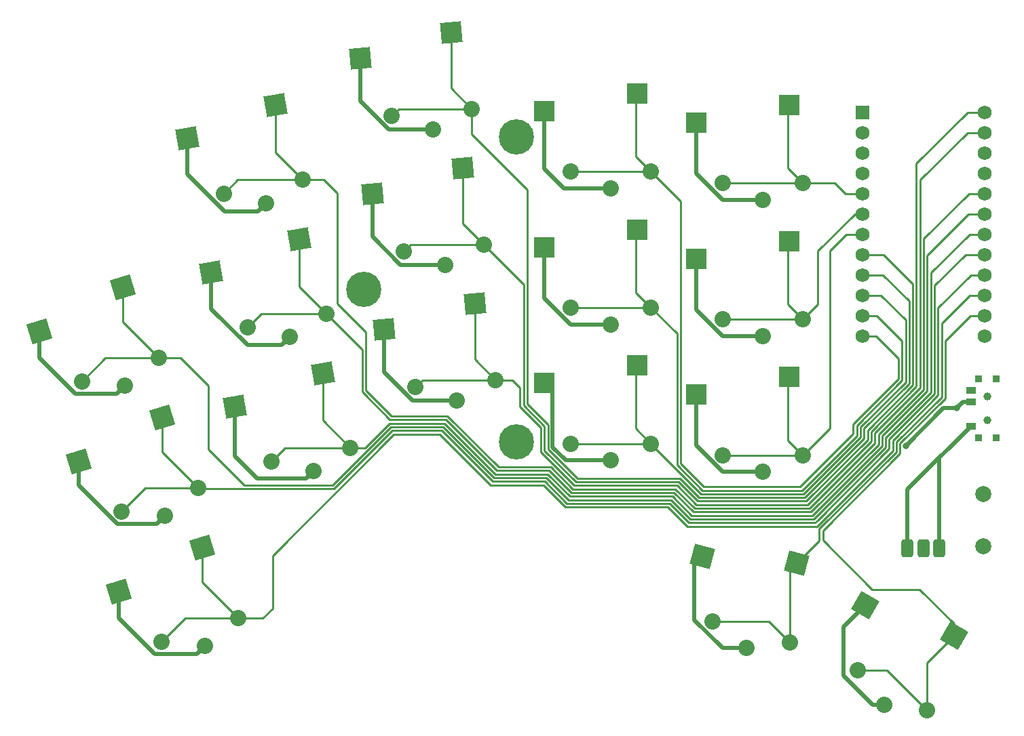
<source format=gtl>
%TF.GenerationSoftware,KiCad,Pcbnew,(6.0.4)*%
%TF.CreationDate,2022-05-01T21:13:42+02:00*%
%TF.ProjectId,batta,62617474-612e-46b6-9963-61645f706362,v1.0.0*%
%TF.SameCoordinates,Original*%
%TF.FileFunction,Copper,L1,Top*%
%TF.FilePolarity,Positive*%
%FSLAX46Y46*%
G04 Gerber Fmt 4.6, Leading zero omitted, Abs format (unit mm)*
G04 Created by KiCad (PCBNEW (6.0.4)) date 2022-05-01 21:13:42*
%MOMM*%
%LPD*%
G01*
G04 APERTURE LIST*
G04 Aperture macros list*
%AMRoundRect*
0 Rectangle with rounded corners*
0 $1 Rounding radius*
0 $2 $3 $4 $5 $6 $7 $8 $9 X,Y pos of 4 corners*
0 Add a 4 corners polygon primitive as box body*
4,1,4,$2,$3,$4,$5,$6,$7,$8,$9,$2,$3,0*
0 Add four circle primitives for the rounded corners*
1,1,$1+$1,$2,$3*
1,1,$1+$1,$4,$5*
1,1,$1+$1,$6,$7*
1,1,$1+$1,$8,$9*
0 Add four rect primitives between the rounded corners*
20,1,$1+$1,$2,$3,$4,$5,0*
20,1,$1+$1,$4,$5,$6,$7,0*
20,1,$1+$1,$6,$7,$8,$9,0*
20,1,$1+$1,$8,$9,$2,$3,0*%
%AMRotRect*
0 Rectangle, with rotation*
0 The origin of the aperture is its center*
0 $1 length*
0 $2 width*
0 $3 Rotation angle, in degrees counterclockwise*
0 Add horizontal line*
21,1,$1,$2,0,0,$3*%
G04 Aperture macros list end*
%TA.AperFunction,ComponentPad*%
%ADD10C,1.752600*%
%TD*%
%TA.AperFunction,ComponentPad*%
%ADD11R,1.752600X1.752600*%
%TD*%
%TA.AperFunction,SMDPad,CuDef*%
%ADD12R,0.900000X0.900000*%
%TD*%
%TA.AperFunction,SMDPad,CuDef*%
%ADD13R,1.250000X0.900000*%
%TD*%
%TA.AperFunction,ComponentPad*%
%ADD14RoundRect,0.375000X-0.375000X-0.750000X0.375000X-0.750000X0.375000X0.750000X-0.375000X0.750000X0*%
%TD*%
%TA.AperFunction,ComponentPad*%
%ADD15C,2.000000*%
%TD*%
%TA.AperFunction,SMDPad,CuDef*%
%ADD16RotRect,2.600000X2.600000X10.000000*%
%TD*%
%TA.AperFunction,ComponentPad*%
%ADD17C,2.032000*%
%TD*%
%TA.AperFunction,SMDPad,CuDef*%
%ADD18RotRect,2.600000X2.600000X5.000000*%
%TD*%
%TA.AperFunction,SMDPad,CuDef*%
%ADD19R,2.600000X2.600000*%
%TD*%
%TA.AperFunction,SMDPad,CuDef*%
%ADD20RotRect,2.600000X2.600000X330.000000*%
%TD*%
%TA.AperFunction,WasherPad*%
%ADD21C,1.000000*%
%TD*%
%TA.AperFunction,SMDPad,CuDef*%
%ADD22RotRect,2.600000X2.600000X17.000000*%
%TD*%
%TA.AperFunction,ComponentPad*%
%ADD23C,4.400000*%
%TD*%
%TA.AperFunction,SMDPad,CuDef*%
%ADD24RotRect,2.600000X2.600000X345.000000*%
%TD*%
%TA.AperFunction,ViaPad*%
%ADD25C,0.800000*%
%TD*%
%TA.AperFunction,Conductor*%
%ADD26C,0.250000*%
%TD*%
%TA.AperFunction,Conductor*%
%ADD27C,0.500000*%
%TD*%
G04 APERTURE END LIST*
D10*
%TO.P,MCU1,24*%
%TO.N,P9*%
X162031087Y82346483D03*
%TO.P,MCU1,23*%
%TO.N,P8*%
X162031087Y84886483D03*
%TO.P,MCU1,22*%
%TO.N,P7*%
X162031087Y87426483D03*
%TO.P,MCU1,21*%
%TO.N,P6*%
X162031087Y89966483D03*
%TO.P,MCU1,20*%
%TO.N,P5*%
X162031087Y92506483D03*
%TO.P,MCU1,19*%
%TO.N,P4*%
X162031087Y95046483D03*
%TO.P,MCU1,18*%
%TO.N,P3*%
X162031087Y97586483D03*
%TO.P,MCU1,17*%
%TO.N,P2*%
X162031087Y100126483D03*
%TO.P,MCU1,16*%
%TO.N,GND*%
X162031087Y102666483D03*
%TO.P,MCU1,15*%
%TO.N,Bminus*%
X162031087Y105206483D03*
%TO.P,MCU1,14*%
%TO.N,P0*%
X162031087Y107746483D03*
%TO.P,MCU1,13*%
%TO.N,P1*%
X162031087Y110286483D03*
%TO.P,MCU1,12*%
%TO.N,P10*%
X146791087Y82346483D03*
%TO.P,MCU1,11*%
%TO.N,P16*%
X146791087Y84886483D03*
%TO.P,MCU1,10*%
%TO.N,P14*%
X146791087Y87426483D03*
%TO.P,MCU1,9*%
%TO.N,P15*%
X146791087Y89966483D03*
%TO.P,MCU1,8*%
%TO.N,P18*%
X146791087Y92506483D03*
%TO.P,MCU1,7*%
%TO.N,P19*%
X146791087Y95046483D03*
%TO.P,MCU1,6*%
%TO.N,P20*%
X146791087Y97586483D03*
%TO.P,MCU1,5*%
%TO.N,P21*%
X146791087Y100126483D03*
%TO.P,MCU1,4*%
%TO.N,VCC*%
X146791087Y102666483D03*
%TO.P,MCU1,3*%
%TO.N,RST*%
X146791087Y105206483D03*
%TO.P,MCU1,2*%
%TO.N,GND*%
X146791087Y107746483D03*
D11*
%TO.P,MCU1,1*%
%TO.N,RAW*%
X146791087Y110286483D03*
%TD*%
D12*
%TO.P,T1,*%
%TO.N,*%
X161311087Y69616483D03*
X163511087Y77016483D03*
X163511087Y69616483D03*
X161311087Y77016483D03*
D13*
%TO.P,T1,1*%
%TO.N,Braw*%
X160336087Y71066483D03*
%TO.P,T1,2*%
%TO.N,RAW*%
X160336087Y74066483D03*
%TO.P,T1,3*%
%TO.N,N/C*%
X160336087Y75566483D03*
%TD*%
D14*
%TO.P,PAD1,1*%
%TO.N,Braw*%
X152411087Y55816483D03*
X156411087Y55816483D03*
%TO.P,PAD1,2*%
%TO.N,Bminus*%
X154411087Y55816483D03*
%TD*%
D15*
%TO.P,B1,1*%
%TO.N,RST*%
X161911087Y56066483D03*
%TO.P,B1,2*%
%TO.N,GND*%
X161911087Y62566483D03*
%TD*%
D16*
%TO.P,S11,1*%
%TO.N,P0*%
X73579149Y111173371D03*
%TO.P,S11,2*%
%TO.N,GND*%
X62586645Y107001157D03*
%TD*%
D17*
%TO.P,S34,1*%
%TO.N,P8*%
X146198518Y40569316D03*
X154858772Y35569316D03*
%TO.P,S34,2*%
%TO.N,GND*%
X149478645Y36250663D03*
X149478645Y36250663D03*
%TD*%
D18*
%TO.P,S15,1*%
%TO.N,P18*%
X96965604Y103326961D03*
%TO.P,S15,2*%
%TO.N,GND*%
X85651298Y100128683D03*
%TD*%
D19*
%TO.P,S21,1*%
%TO.N,P16*%
X118686087Y95636017D03*
%TO.P,S21,2*%
%TO.N,GND*%
X107136087Y93436017D03*
%TD*%
D17*
%TO.P,S8,1*%
%TO.N,P3*%
X73026972Y66651093D03*
X82875050Y68387574D03*
%TO.P,S8,2*%
%TO.N,GND*%
X78315672Y65451237D03*
X78315672Y65451237D03*
%TD*%
%TO.P,S14,1*%
%TO.N,P1*%
X91053509Y75957538D03*
X101015456Y76829096D03*
%TO.P,S14,2*%
%TO.N,GND*%
X96217510Y74301308D03*
X96217510Y74301308D03*
%TD*%
%TO.P,S20,1*%
%TO.N,P14*%
X120411087Y68886017D03*
X110411087Y68886017D03*
%TO.P,S20,2*%
%TO.N,GND*%
X115411087Y66786017D03*
X115411087Y66786017D03*
%TD*%
%TO.P,S28,1*%
%TO.N,P20*%
X129377759Y84446289D03*
X139377759Y84446289D03*
%TO.P,S28,2*%
%TO.N,GND*%
X134377759Y82346289D03*
X134377759Y82346289D03*
%TD*%
%TO.P,S26,1*%
%TO.N,P19*%
X129377759Y67446289D03*
X139377759Y67446289D03*
%TO.P,S26,2*%
%TO.N,GND*%
X134377759Y65346289D03*
X134377759Y65346289D03*
%TD*%
D19*
%TO.P,S29,1*%
%TO.N,P21*%
X137652759Y111196289D03*
%TO.P,S29,2*%
%TO.N,GND*%
X126102759Y108996289D03*
%TD*%
D20*
%TO.P,S33,1*%
%TO.N,P8*%
X158239878Y44875564D03*
%TO.P,S33,2*%
%TO.N,GND*%
X147137285Y48745308D03*
%TD*%
D16*
%TO.P,S7,1*%
%TO.N,P3*%
X79483187Y77689907D03*
%TO.P,S7,2*%
%TO.N,GND*%
X68490683Y73517693D03*
%TD*%
D17*
%TO.P,S2,1*%
%TO.N,P6*%
X59359170Y44161364D03*
X68922217Y47085081D03*
%TO.P,S2,2*%
%TO.N,GND*%
X64754674Y43614983D03*
X64754674Y43614983D03*
%TD*%
D21*
%TO.P,T2,*%
%TO.N,*%
X162411087Y74816483D03*
X162411087Y71816483D03*
%TD*%
D22*
%TO.P,S1,1*%
%TO.N,P6*%
X64421967Y55904712D03*
%TO.P,S1,2*%
%TO.N,GND*%
X54019865Y50423948D03*
%TD*%
%TO.P,S5,1*%
%TO.N,P4*%
X54481329Y88419074D03*
%TO.P,S5,2*%
%TO.N,GND*%
X44079227Y82938310D03*
%TD*%
D19*
%TO.P,S27,1*%
%TO.N,P20*%
X137652759Y94196289D03*
%TO.P,S27,2*%
%TO.N,GND*%
X126102759Y91996289D03*
%TD*%
D16*
%TO.P,S9,1*%
%TO.N,P2*%
X76531168Y94431639D03*
%TO.P,S9,2*%
%TO.N,GND*%
X65538664Y90259425D03*
%TD*%
D17*
%TO.P,S16,1*%
%TO.N,P18*%
X99533808Y93764406D03*
X89571861Y92892848D03*
%TO.P,S16,2*%
%TO.N,GND*%
X94735862Y91236618D03*
X94735862Y91236618D03*
%TD*%
%TO.P,S30,1*%
%TO.N,P21*%
X139377759Y101446289D03*
X129377759Y101446289D03*
%TO.P,S30,2*%
%TO.N,GND*%
X134377759Y99346289D03*
X134377759Y99346289D03*
%TD*%
D18*
%TO.P,S13,1*%
%TO.N,P1*%
X98447252Y86391651D03*
%TO.P,S13,2*%
%TO.N,GND*%
X87132946Y83193373D03*
%TD*%
D17*
%TO.P,S24,1*%
%TO.N,P10*%
X110411087Y102886017D03*
X120411087Y102886017D03*
%TO.P,S24,2*%
%TO.N,GND*%
X115411087Y100786017D03*
X115411087Y100786017D03*
%TD*%
D18*
%TO.P,S17,1*%
%TO.N,P15*%
X95483957Y120262271D03*
%TO.P,S17,2*%
%TO.N,GND*%
X84169651Y117063993D03*
%TD*%
D17*
%TO.P,S4,1*%
%TO.N,P5*%
X54388851Y60418545D03*
X63951898Y63342262D03*
%TO.P,S4,2*%
%TO.N,GND*%
X59784355Y59872164D03*
X59784355Y59872164D03*
%TD*%
%TO.P,S10,1*%
%TO.N,P2*%
X70074953Y83392825D03*
X79923031Y85129306D03*
%TO.P,S10,2*%
%TO.N,GND*%
X75363653Y82192969D03*
X75363653Y82192969D03*
%TD*%
D23*
%TO.P,REF\u002A\u002A,1*%
%TO.N,N/C*%
X84582000Y88138000D03*
X103632000Y107188000D03*
X103632000Y69088000D03*
%TD*%
D17*
%TO.P,S22,1*%
%TO.N,P16*%
X110411087Y85886017D03*
X120411087Y85886017D03*
%TO.P,S22,2*%
%TO.N,GND*%
X115411087Y83786017D03*
X115411087Y83786017D03*
%TD*%
D24*
%TO.P,S31,1*%
%TO.N,P7*%
X138594426Y53938364D03*
%TO.P,S31,2*%
%TO.N,GND*%
X126868581Y54802687D03*
%TD*%
D22*
%TO.P,S3,1*%
%TO.N,P5*%
X59451648Y72161893D03*
%TO.P,S3,2*%
%TO.N,GND*%
X49049546Y66681129D03*
%TD*%
D17*
%TO.P,S32,1*%
%TO.N,P7*%
X137737163Y44074125D03*
X128077904Y46662315D03*
%TO.P,S32,2*%
%TO.N,GND*%
X132364014Y43339776D03*
X132364014Y43339776D03*
%TD*%
%TO.P,S12,1*%
%TO.N,P0*%
X76971012Y101871038D03*
X67122934Y100134557D03*
%TO.P,S12,2*%
%TO.N,GND*%
X72411634Y98934701D03*
X72411634Y98934701D03*
%TD*%
D19*
%TO.P,S23,1*%
%TO.N,P10*%
X118686087Y112636017D03*
%TO.P,S23,2*%
%TO.N,GND*%
X107136087Y110436017D03*
%TD*%
%TO.P,S25,1*%
%TO.N,P19*%
X137652759Y77196289D03*
%TO.P,S25,2*%
%TO.N,GND*%
X126102759Y74996289D03*
%TD*%
D17*
%TO.P,S6,1*%
%TO.N,P4*%
X49418532Y76675726D03*
X58981579Y79599443D03*
%TO.P,S6,2*%
%TO.N,GND*%
X54814036Y76129345D03*
X54814036Y76129345D03*
%TD*%
D19*
%TO.P,S19,1*%
%TO.N,P14*%
X118686087Y78636017D03*
%TO.P,S19,2*%
%TO.N,GND*%
X107136087Y76436017D03*
%TD*%
D17*
%TO.P,S18,1*%
%TO.N,P15*%
X88090214Y109828158D03*
X98052161Y110699716D03*
%TO.P,S18,2*%
%TO.N,GND*%
X93254215Y108171928D03*
X93254215Y108171928D03*
%TD*%
D25*
%TO.N,RAW*%
X158572200Y73304400D03*
X152222200Y68605400D03*
%TD*%
D26*
%TO.N,P5*%
X159647949Y92506483D02*
X162031087Y92506483D01*
X155783520Y88642054D02*
X159647949Y92506483D01*
X155783520Y75098488D02*
X155783520Y88642054D01*
X150149129Y69464097D02*
X155783520Y75098488D01*
X150149129Y68236283D02*
X150149129Y69464097D01*
X141180966Y59268123D02*
X150149129Y68236283D01*
X140917644Y59004800D02*
X141180966Y59268123D01*
X125138028Y59004800D02*
X140917644Y59004800D01*
X122735796Y61407029D02*
X125138028Y59004800D01*
X107180698Y64158564D02*
X109932233Y61407029D01*
X109932233Y61407029D02*
X122735796Y61407029D01*
X100638093Y64158564D02*
X107180698Y64158564D01*
X64033884Y63260276D02*
X80894301Y63260276D01*
X80894301Y63260276D02*
X88156421Y70522396D01*
X88156421Y70522396D02*
X94274261Y70522396D01*
X63951898Y63342262D02*
X64033884Y63260276D01*
X94274261Y70522396D02*
X100638093Y64158564D01*
%TO.N,P3*%
X160040858Y97586483D02*
X162031087Y97586483D01*
X154884480Y92430105D02*
X160040858Y97586483D01*
X154884480Y75470884D02*
X154884480Y92430105D01*
X149250089Y69836493D02*
X154884480Y75470884D01*
X149250089Y68608679D02*
X149250089Y69836493D01*
X140545249Y59903840D02*
X149250089Y68608679D01*
X125510422Y59903840D02*
X140545249Y59903840D01*
X110304627Y62306069D02*
X123108192Y62306069D01*
X101010487Y65057604D02*
X107553091Y65057604D01*
X123108192Y62306069D02*
X125510422Y59903840D01*
X94646655Y71421436D02*
X101010487Y65057604D01*
X87784025Y71421436D02*
X94646655Y71421436D01*
X84750163Y68387574D02*
X87784025Y71421436D01*
X82875050Y68387574D02*
X84750163Y68387574D01*
X107553091Y65057604D02*
X110304627Y62306069D01*
%TO.N,P8*%
X160288785Y84886483D02*
X162031087Y84886483D01*
X157132080Y81729778D02*
X160288785Y84886483D01*
X157132080Y74539895D02*
X157132080Y81729778D01*
X151497689Y68905503D02*
X157132080Y74539895D01*
X141865147Y58045147D02*
X151497689Y67677690D01*
X141865147Y56835196D02*
X141865147Y58045147D01*
X153922240Y50694313D02*
X148006030Y50694313D01*
X148006030Y50694313D02*
X141865147Y56835196D01*
X158239878Y46376675D02*
X153922240Y50694313D01*
X151497689Y67677690D02*
X151497689Y68905503D01*
X158239878Y44875564D02*
X158239878Y46376675D01*
%TO.N,P6*%
X100451896Y63709044D02*
X106994500Y63709044D01*
X62282887Y47085081D02*
X59359170Y44161364D01*
X124951827Y58555281D02*
X141103842Y58555281D01*
X141103842Y58555281D02*
X150598649Y68050085D01*
X73195513Y48294415D02*
X73195513Y54925770D01*
X160324483Y89966483D02*
X162031087Y89966483D01*
X68922217Y47085081D02*
X62282887Y47085081D01*
X109746036Y60957509D02*
X122549599Y60957509D01*
X150598649Y68050085D02*
X150598649Y69277899D01*
X68922217Y47085081D02*
X71986179Y47085081D01*
X150598649Y69277899D02*
X156233040Y74912290D01*
X156233040Y74912290D02*
X156233040Y85875040D01*
X73195513Y54925770D02*
X88342619Y70072876D01*
X106994500Y63709044D02*
X109746036Y60957509D01*
X94088064Y70072876D02*
X100451896Y63709044D01*
X71986179Y47085081D02*
X73195513Y48294415D01*
X156233040Y85875040D02*
X160324483Y89966483D01*
X122549599Y60957509D02*
X124951827Y58555281D01*
X88342619Y70072876D02*
X94088064Y70072876D01*
X64421967Y55904712D02*
X64421967Y51585331D01*
X64421967Y51585331D02*
X68922217Y47085081D01*
D27*
%TO.N,GND*%
X53878684Y58856165D02*
X49049546Y63685303D01*
X90637192Y74301308D02*
X87132946Y77805554D01*
X129405212Y65346289D02*
X126102759Y68648742D01*
X87673897Y108171928D02*
X84169651Y111676174D01*
X67206698Y97918702D02*
X62586645Y102538755D01*
X132364014Y43339776D02*
X129327896Y43339776D01*
X108153560Y68448217D02*
X108153560Y75418544D01*
X126102759Y85648742D02*
X126102759Y91996289D01*
X125807135Y53741241D02*
X126868581Y54802687D01*
X134377759Y82346289D02*
X129405212Y82346289D01*
X77408189Y64543754D02*
X71255898Y64543754D01*
X84169651Y111676174D02*
X84169651Y117063993D01*
X96217510Y74301308D02*
X90637192Y74301308D01*
X70080030Y81176970D02*
X65538664Y85718336D01*
X144424400Y39868068D02*
X144424400Y46032423D01*
X59784355Y59872164D02*
X58768356Y58856165D01*
X54019865Y47072135D02*
X54019865Y50423948D01*
X126102759Y102648742D02*
X126102759Y108996289D01*
X129327896Y43339776D02*
X125807135Y46860537D01*
X109815760Y66786017D02*
X108153560Y68448217D01*
X93254215Y108171928D02*
X87673897Y108171928D01*
X72411634Y98934701D02*
X71395635Y97918702D01*
X44079227Y79593373D02*
X44079227Y82938310D01*
X64754674Y43614983D02*
X63738675Y42598984D01*
X129405212Y99346289D02*
X126102759Y102648742D01*
X107136087Y103216201D02*
X107136087Y110436017D01*
X115411087Y100786017D02*
X109566271Y100786017D01*
X110438540Y83786017D02*
X107136087Y87088470D01*
X144424400Y46032423D02*
X147137285Y48745308D01*
X148041805Y36250663D02*
X144424400Y39868068D01*
X129405212Y82346289D02*
X126102759Y85648742D01*
X62586645Y102538755D02*
X62586645Y107001157D01*
X115411087Y83786017D02*
X110438540Y83786017D01*
X58493016Y42598984D02*
X54019865Y47072135D01*
X126102759Y68648742D02*
X126102759Y74996289D01*
X85651298Y94740864D02*
X85651298Y100128683D01*
X107136087Y87088470D02*
X107136087Y93436017D01*
X115411087Y66786017D02*
X109815760Y66786017D01*
X109566271Y100786017D02*
X107136087Y103216201D01*
X134377759Y65346289D02*
X129405212Y65346289D01*
X87132946Y77805554D02*
X87132946Y83193373D01*
X125807135Y46860537D02*
X125807135Y53741241D01*
X58768356Y58856165D02*
X53878684Y58856165D01*
X63738675Y42598984D02*
X58493016Y42598984D01*
X53798037Y75113346D02*
X48559254Y75113346D01*
X48559254Y75113346D02*
X44079227Y79593373D01*
X134377759Y99346289D02*
X129405212Y99346289D01*
X49049546Y63685303D02*
X49049546Y66681129D01*
X75363653Y82192969D02*
X74347654Y81176970D01*
X94735862Y91236618D02*
X89155544Y91236618D01*
X149478645Y36250663D02*
X148041805Y36250663D01*
X74347654Y81176970D02*
X70080030Y81176970D01*
X71255898Y64543754D02*
X68490683Y67308969D01*
X54814036Y76129345D02*
X53798037Y75113346D01*
X78315672Y65451237D02*
X77408189Y64543754D01*
X89155544Y91236618D02*
X85651298Y94740864D01*
X65538664Y85718336D02*
X65538664Y90259425D01*
X68490683Y67308969D02*
X68490683Y73517693D01*
X71395635Y97918702D02*
X67206698Y97918702D01*
D26*
%TO.N,P5*%
X59451648Y67842512D02*
X63951898Y63342262D01*
X63951898Y63342262D02*
X57312568Y63342262D01*
X57312568Y63342262D02*
X54388851Y60418545D01*
X59451648Y72161893D02*
X59451648Y67842512D01*
%TO.N,P4*%
X58981579Y79599443D02*
X52342249Y79599443D01*
X54481329Y88419074D02*
X54481329Y84099693D01*
X87970223Y70971916D02*
X94460457Y70971916D01*
X52342249Y79599443D02*
X49418532Y76675726D01*
X54481329Y84099693D02*
X58981579Y79599443D01*
X69665604Y63709796D02*
X80708103Y63709796D01*
X140731446Y59454320D02*
X149699609Y68422481D01*
X125324225Y59454320D02*
X140731446Y59454320D01*
X65176400Y68199000D02*
X69665604Y63709796D01*
X100824290Y64608084D02*
X107366895Y64608084D01*
X160146683Y95046483D02*
X162031087Y95046483D01*
X155334000Y90233800D02*
X160146683Y95046483D01*
X149699609Y68422481D02*
X149699609Y69650295D01*
X149699609Y69650295D02*
X155334000Y75284686D01*
X155334000Y75284686D02*
X155334000Y90233800D01*
X94460457Y70971916D02*
X100824290Y64608084D01*
X107366895Y64608084D02*
X110118430Y61856549D01*
X122921994Y61856549D02*
X125324225Y59454320D01*
X61700757Y79599443D02*
X65176400Y76123800D01*
X58981579Y79599443D02*
X61700757Y79599443D01*
X110118430Y61856549D02*
X122921994Y61856549D01*
X80708103Y63709796D02*
X87970223Y70971916D01*
X65176400Y76123800D02*
X65176400Y68199000D01*
%TO.N,P3*%
X79483187Y71779437D02*
X82875050Y68387574D01*
X82875050Y68387574D02*
X74763453Y68387574D01*
X79483187Y77689907D02*
X79483187Y71779437D01*
X74763453Y68387574D02*
X73026972Y66651093D01*
%TO.N,P2*%
X79923031Y85129306D02*
X84386480Y80665857D01*
X154434960Y75657082D02*
X154434960Y94490960D01*
X123294390Y62755589D02*
X125696619Y60353360D01*
X76531168Y88521169D02*
X79923031Y85129306D01*
X94825885Y71903925D02*
X101205135Y65524675D01*
X154434960Y94490960D02*
X160070483Y100126483D01*
X76531168Y94431639D02*
X76531168Y88521169D01*
X110490824Y62755589D02*
X123294390Y62755589D01*
X84649803Y75090081D02*
X87835959Y71903925D01*
X101205135Y65524675D02*
X107721738Y65524675D01*
X160070483Y100126483D02*
X162031087Y100126483D01*
X84386480Y75353403D02*
X84649803Y75090081D01*
X79923031Y85129306D02*
X71811434Y85129306D01*
X125696619Y60353360D02*
X140359052Y60353360D01*
X84386480Y80665857D02*
X84386480Y75353403D01*
X148800569Y70022691D02*
X154434960Y75657082D01*
X107721738Y65524675D02*
X110490824Y62755589D01*
X71811434Y85129306D02*
X70074953Y83392825D01*
X148800569Y68794877D02*
X148800569Y70022691D01*
X140359052Y60353360D02*
X148800569Y68794877D01*
X87835959Y71903925D02*
X94825885Y71903925D01*
%TO.N,P0*%
X68859415Y101871038D02*
X67122934Y100134557D01*
X148351049Y70208889D02*
X153985440Y75843280D01*
X88022156Y72353445D02*
X95012082Y72353445D01*
X153985440Y75843280D02*
X153985440Y101839240D01*
X153985440Y101839240D02*
X159892683Y107746483D01*
X140172854Y60802880D02*
X148351049Y68981075D01*
X84836000Y82804000D02*
X84836000Y75539601D01*
X159892683Y107746483D02*
X162031087Y107746483D01*
X73579149Y111173371D02*
X73579149Y105262901D01*
X81280000Y86360000D02*
X84836000Y82804000D01*
X84836000Y75539601D02*
X88022156Y72353445D01*
X125882816Y60802880D02*
X140172854Y60802880D01*
X76971012Y101871038D02*
X68859415Y101871038D01*
X81280000Y100152200D02*
X81280000Y86360000D01*
X95012082Y72353445D02*
X101391332Y65974195D01*
X101391332Y65974195D02*
X107907934Y65974195D01*
X110677021Y63205109D02*
X123480587Y63205109D01*
X123480587Y63205109D02*
X125882816Y60802880D01*
X76971012Y101871038D02*
X79561162Y101871038D01*
X73579149Y105262901D02*
X76971012Y101871038D01*
X148351049Y68981075D02*
X148351049Y70208889D01*
X107907934Y65974195D02*
X110677021Y63205109D01*
X79561162Y101871038D02*
X81280000Y100152200D01*
%TO.N,P1*%
X104079160Y75875058D02*
X104079160Y73484348D01*
X106680001Y67837846D02*
X110863218Y63654629D01*
X91925067Y76829096D02*
X91053509Y75957538D01*
X147901529Y70395087D02*
X153535920Y76029478D01*
X139986656Y61252400D02*
X147901529Y69167273D01*
X104079160Y73484348D02*
X106680000Y70883508D01*
X153535920Y76029478D02*
X153535920Y103929720D01*
X101015456Y76829096D02*
X98447252Y79397300D01*
X98447252Y79397300D02*
X98447252Y86391651D01*
X110863218Y63654629D02*
X123666782Y63654629D01*
X159892683Y110286483D02*
X162031087Y110286483D01*
X101015456Y76829096D02*
X101034038Y76847678D01*
X147901529Y69167273D02*
X147901529Y70395087D01*
X103106540Y76847678D02*
X104079160Y75875058D01*
X106680000Y70883508D02*
X106680001Y67837846D01*
X123666782Y63654629D02*
X126069013Y61252400D01*
X101015456Y76829096D02*
X91925067Y76829096D01*
X126069013Y61252400D02*
X139986656Y61252400D01*
X101034038Y76847678D02*
X103106540Y76847678D01*
X153535920Y103929720D02*
X159892683Y110286483D01*
%TO.N,P18*%
X153086400Y76215676D02*
X153086400Y88848600D01*
X139800458Y61701920D02*
X147452009Y69353471D01*
X149428517Y92506483D02*
X146791087Y92506483D01*
X111049416Y64104149D02*
X123852980Y64104149D01*
X104528680Y73670546D02*
X107129520Y71069706D01*
X99533808Y93764406D02*
X90443419Y93764406D01*
X147452009Y70581285D02*
X153086400Y76215676D01*
X96965604Y96332610D02*
X99533808Y93764406D01*
X147452009Y69353471D02*
X147452009Y70581285D01*
X104528680Y88769534D02*
X104528680Y73670546D01*
X126255210Y61701920D02*
X139800458Y61701920D01*
X96965604Y103326961D02*
X96965604Y96332610D01*
X107129521Y68024044D02*
X111049416Y64104149D01*
X90443419Y93764406D02*
X89571861Y92892848D01*
X123852980Y64104149D02*
X126255210Y61701920D01*
X153086400Y88848600D02*
X149428517Y92506483D01*
X99533808Y93764406D02*
X104528680Y88769534D01*
X107129520Y71069706D02*
X107129521Y68024044D01*
%TO.N,P15*%
X152636880Y76401874D02*
X152636880Y86707320D01*
X95483957Y120262271D02*
X95483957Y113267920D01*
X139614258Y62151440D02*
X147002489Y69539669D01*
X147002489Y70767483D02*
X152636880Y76401874D01*
X107579041Y68210242D02*
X111235614Y64553669D01*
X149377717Y89966483D02*
X146791087Y89966483D01*
X104978200Y73856744D02*
X107579040Y71255904D01*
X98052161Y107541789D02*
X104978200Y100615750D01*
X147002489Y69539669D02*
X147002489Y70767483D01*
X88961772Y110699716D02*
X88090214Y109828158D01*
X111235614Y64553669D02*
X124039178Y64553669D01*
X124039178Y64553669D02*
X126441407Y62151440D01*
X104978200Y100615750D02*
X104978200Y73856744D01*
X98052161Y110699716D02*
X88961772Y110699716D01*
X126441407Y62151440D02*
X139614258Y62151440D01*
X152636880Y86707320D02*
X149377717Y89966483D01*
X95483957Y113267920D02*
X98052161Y110699716D01*
X98052161Y110699716D02*
X98052161Y107541789D01*
X107579040Y71255904D02*
X107579041Y68210242D01*
%TO.N,P14*%
X152187360Y84312040D02*
X152187360Y76588072D01*
X146791087Y87426483D02*
X149072917Y87426483D01*
X149072917Y87426483D02*
X152187360Y84312040D01*
X120411087Y68886017D02*
X110411087Y68886017D01*
X146552969Y70953681D02*
X146552969Y69725867D01*
X118536566Y78486496D02*
X118536566Y70760538D01*
X146552969Y69725867D02*
X139428061Y62600960D01*
X118536566Y70760538D02*
X120411087Y68886017D01*
X118686087Y78636017D02*
X118536566Y78486496D01*
X139428061Y62600960D02*
X126627605Y62600960D01*
X152187360Y76588072D02*
X146552969Y70953681D01*
X126627605Y62600960D02*
X120411087Y68817478D01*
X120411087Y68817478D02*
X120411087Y68886017D01*
%TO.N,P16*%
X118536566Y87760538D02*
X120411087Y85886017D01*
X110411087Y85886017D02*
X120411087Y85886017D01*
X139241864Y63050480D02*
X146103449Y69912065D01*
X146103449Y69912065D02*
X146103449Y71139879D01*
X120411087Y85886017D02*
X123654880Y82642224D01*
X118536566Y95486496D02*
X118536566Y87760538D01*
X126813803Y63050480D02*
X139241864Y63050480D01*
X123654880Y82642224D02*
X123654880Y66209402D01*
X151737840Y76774270D02*
X151737840Y81764360D01*
X151737840Y81764360D02*
X148615717Y84886483D01*
X146103449Y71139879D02*
X151737840Y76774270D01*
X123654880Y66209402D02*
X126813803Y63050480D01*
X148615717Y84886483D02*
X146791087Y84886483D01*
X118686087Y95636017D02*
X118536566Y95486496D01*
%TO.N,P10*%
X118536566Y112486496D02*
X118536566Y104760538D01*
X139055666Y63500000D02*
X145653929Y70098263D01*
X127000000Y63500000D02*
X139055666Y63500000D01*
X151288320Y79521480D02*
X148463317Y82346483D01*
X124104400Y99192704D02*
X124104400Y66395600D01*
X124104400Y66395600D02*
X127000000Y63500000D01*
X145653929Y71326077D02*
X151288320Y76960468D01*
X120411087Y102886017D02*
X110411087Y102886017D01*
X118686087Y112636017D02*
X118536566Y112486496D01*
X148463317Y82346483D02*
X146791087Y82346483D01*
X151288320Y76960468D02*
X151288320Y79521480D01*
X145653929Y70098263D02*
X145653929Y71326077D01*
X120411087Y102886017D02*
X124104400Y99192704D01*
X118536566Y104760538D02*
X120411087Y102886017D01*
%TO.N,P19*%
X144746866Y95046483D02*
X146791087Y95046483D01*
X142714672Y93014289D02*
X144746866Y95046483D01*
X139377759Y67446289D02*
X129377759Y67446289D01*
X142714672Y70783202D02*
X142714672Y93014289D01*
X137503238Y77046768D02*
X137652759Y77196289D01*
X137503238Y69320810D02*
X137503238Y77046768D01*
X139377759Y67446289D02*
X142714672Y70783202D01*
X139377759Y67446289D02*
X137503238Y69320810D01*
%TO.N,P20*%
X141252280Y86320810D02*
X141252280Y92962014D01*
X137503238Y86320810D02*
X137503238Y94046768D01*
X141252280Y92962014D02*
X145876749Y97586483D01*
X139377759Y84446289D02*
X137503238Y86320810D01*
X137503238Y94046768D02*
X137652759Y94196289D01*
X145876749Y97586483D02*
X146791087Y97586483D01*
X129377759Y84446289D02*
X139377759Y84446289D01*
X139377759Y84446289D02*
X141252280Y86320810D01*
%TO.N,P21*%
X139377759Y101446289D02*
X143367759Y101446289D01*
X144687565Y100126483D02*
X146791087Y100126483D01*
X137503238Y103320810D02*
X137503238Y111046768D01*
X129377759Y101446289D02*
X139377759Y101446289D01*
X143367759Y101446289D02*
X144687565Y100126483D01*
X137503238Y111046768D02*
X137652759Y111196289D01*
X139377759Y101446289D02*
X137503238Y103320810D01*
%TO.N,P7*%
X156682560Y83936960D02*
X160172083Y87426483D01*
X135148973Y46662315D02*
X128077904Y46662315D01*
X141415627Y58231345D02*
X151048169Y67863887D01*
X156682560Y74726092D02*
X156682560Y83936960D01*
X137737163Y44074125D02*
X135148973Y46662315D01*
X138594426Y53938364D02*
X137737163Y53081101D01*
X160172083Y87426483D02*
X162031087Y87426483D01*
X151048169Y69091701D02*
X156682560Y74726092D01*
X138594426Y53938364D02*
X141415627Y56759565D01*
X137737163Y53081101D02*
X137737163Y44074125D01*
X141415627Y56759565D02*
X141415627Y58231345D01*
X151048169Y67863887D02*
X151048169Y69091701D01*
%TO.N,P8*%
X149858772Y40569316D02*
X146198518Y40569316D01*
X158239878Y44875564D02*
X154858772Y41494458D01*
X154858772Y35569316D02*
X149858772Y40569316D01*
X154858772Y41494458D02*
X154858772Y35569316D01*
D27*
%TO.N,RAW*%
X159334283Y74066483D02*
X158572200Y73304400D01*
X160336087Y74066483D02*
X159334283Y74066483D01*
X152222200Y68605400D02*
X156921200Y73304400D01*
X156921200Y73304400D02*
X158572200Y73304400D01*
%TO.N,Braw*%
X152411087Y55816483D02*
X152411087Y63155487D01*
X156411087Y67155487D02*
X156411087Y55816483D01*
X157810200Y68554600D02*
X156411087Y67155487D01*
X152411087Y63155487D02*
X156411087Y67155487D01*
X157824204Y68554600D02*
X157810200Y68554600D01*
X160336087Y71066483D02*
X157824204Y68554600D01*
%TD*%
M02*

</source>
